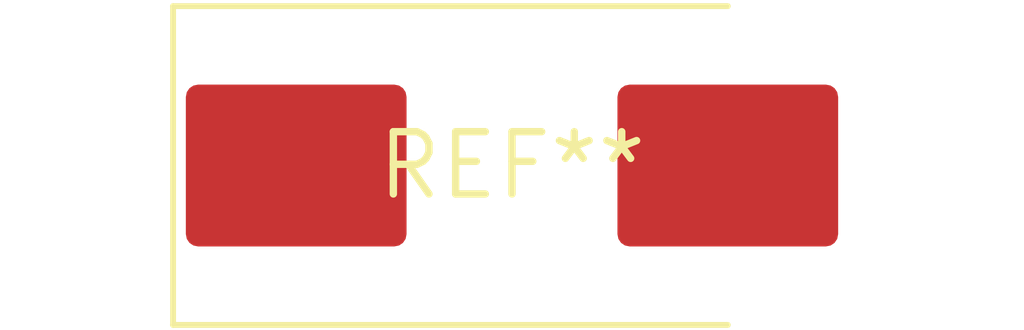
<source format=kicad_pcb>
(kicad_pcb (version 20240108) (generator pcbnew)
  (layers (0 "F.Cu" signal) (31 "B.Cu" signal) (34 "B.Paste" user) (35 "F.Paste" user) (36 "B.SilkS" user "B.Silkscreen") (37 "F.SilkS" user "F.Silkscreen") (38 "B.Mask" user) (39 "F.Mask" user) (44 "Edge.Cuts" user))
  (net 0 "")
  (footprint "D_SMC_Handsoldering" (layer "F.Cu") (at 0 0)
    (property "Reference" "REF**")
    (property "Value" "D_SMC_Handsoldering")
    (fp_line (start -6.91 -3.25) (end 4.4 -3.25) (layer "F.SilkS") (stroke (width 0.12)))
    (fp_line (start -6.91 3.25) (end -6.91 -3.25) (layer "F.SilkS") (stroke (width 0.12)))
    (fp_line (start -6.91 3.25) (end 4.4 3.25) (layer "F.SilkS") (stroke (width 0.12)))
    (pad "1" smd roundrect (at -4.4 0 90) (size 3.3 4.5) (layers "F.Cu" "F.Paste" "F.Mask") (roundrect_rratio 0.0757575758))
    (pad "2" smd roundrect (at 4.4 0 90) (size 3.3 4.5) (layers "F.Cu" "F.Paste" "F.Mask") (roundrect_rratio 0.0757575758))
  )
)
</source>
